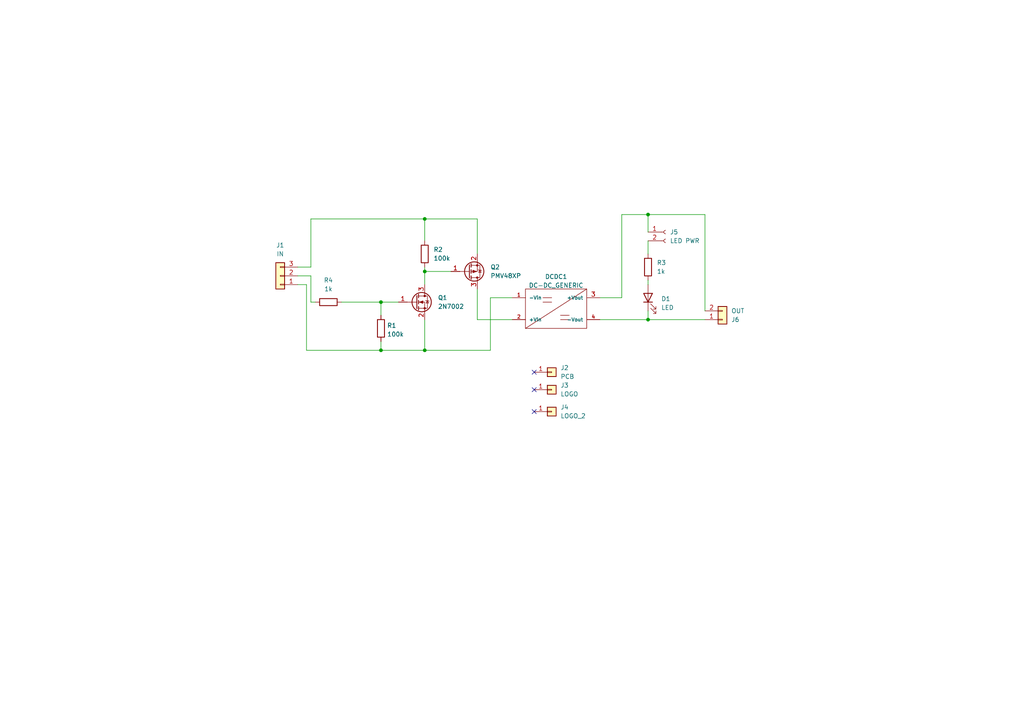
<source format=kicad_sch>
(kicad_sch (version 20211123) (generator eeschema)
  (paper "A4")
  (lib_symbols
    (symbol "Connector:Conn_01x02_Female" (pin_names (offset 1.016) hide)
      (property "Reference" "J" (at 0 2.54 0))
      (property "Value" "Conn_01x02_Female" (at 0 -5.08 0))
      (symbol "Conn_01x02_Female_1_1"
        (arc (start 0 -2.032) (mid -0.508 -2.54) (end 0 -3.048) (stroke (width 0.1524)))
        (polyline (pts (xy -1.27 -2.54) (xy -0.508 -2.54)) (stroke (width 0.1524)))
        (polyline (pts (xy -1.27 0) (xy -0.508 0)) (stroke (width 0.1524)))
        (arc (start 0 0.508) (mid -0.508 0) (end 0 -0.508) (stroke (width 0.1524)))
        (pin passive line (at -5.08 0 0) (length 3.81) (name "Pin_1") (number "1"))
        (pin passive line (at -5.08 -2.54 0) (length 3.81) (name "Pin_2") (number "2"))
      )
    )
    (symbol "Connector_Generic:Conn_01x01" (pin_names (offset 1.016) hide)
      (property "Reference" "J" (at 0 2.54 0))
      (property "Value" "Conn_01x01" (at 0 -2.54 0))
      (symbol "Conn_01x01_1_1"
        (rectangle (start -1.27 0.127) (end 0 -0.127) (stroke (width 0.1524)))
        (rectangle (start -1.27 1.27) (end 1.27 -1.27) (stroke (width 0.254)) (fill (type background)))
        (pin passive line (at -5.08 0 0) (length 3.81) (name "Pin_1") (number "1"))
      )
    )
    (symbol "Connector_Generic:Conn_01x02" (pin_names (offset 1.016) hide)
      (property "Reference" "J" (at 0 2.54 0))
      (property "Value" "Conn_01x02" (at 0 -5.08 0))
      (symbol "Conn_01x02_1_1"
        (rectangle (start -1.27 -2.413) (end 0 -2.667) (stroke (width 0.1524)))
        (rectangle (start -1.27 0.127) (end 0 -0.127) (stroke (width 0.1524)))
        (rectangle (start -1.27 1.27) (end 1.27 -3.81) (stroke (width 0.254)) (fill (type background)))
        (pin passive line (at -5.08 0 0) (length 3.81) (name "Pin_1") (number "1"))
        (pin passive line (at -5.08 -2.54 0) (length 3.81) (name "Pin_2") (number "2"))
      )
    )
    (symbol "Connector_Generic:Conn_01x03" (pin_names (offset 1.016) hide)
      (property "Reference" "J" (at 0 5.08 0))
      (property "Value" "Conn_01x03" (at 0 -5.08 0))
      (symbol "Conn_01x03_1_1"
        (rectangle (start -1.27 -2.413) (end 0 -2.667) (stroke (width 0.1524)))
        (rectangle (start -1.27 0.127) (end 0 -0.127) (stroke (width 0.1524)))
        (rectangle (start -1.27 2.667) (end 0 2.413) (stroke (width 0.1524)))
        (rectangle (start -1.27 3.81) (end 1.27 -3.81) (stroke (width 0.254)) (fill (type background)))
        (pin passive line (at -5.08 2.54 0) (length 3.81) (name "Pin_1") (number "1"))
        (pin passive line (at -5.08 0 0) (length 3.81) (name "Pin_2") (number "2"))
        (pin passive line (at -5.08 -2.54 0) (length 3.81) (name "Pin_3") (number "3"))
      )
    )
    (symbol "Device:LED" (pin_numbers hide) (pin_names (offset 1.016) hide)
      (property "Reference" "D" (at 0 2.54 0))
      (property "Value" "LED" (at 0 -2.54 0))
      (symbol "LED_0_1"
        (polyline (pts (xy -1.27 -1.27) (xy -1.27 1.27)) (stroke (width 0.254)))
        (polyline (pts (xy -1.27 0) (xy 1.27 0)))
        (polyline (pts (xy 1.27 -1.27) (xy 1.27 1.27) (xy -1.27 0) (xy 1.27 -1.27)) (stroke (width 0.254)))
        (polyline (pts (xy -3.048 -0.762) (xy -4.572 -2.286) (xy -3.81 -2.286) (xy -4.572 -2.286) (xy -4.572 -1.524)))
        (polyline (pts (xy -1.778 -0.762) (xy -3.302 -2.286) (xy -2.54 -2.286) (xy -3.302 -2.286) (xy -3.302 -1.524)))
      )
      (symbol "LED_1_1"
        (pin passive line (at -3.81 0 0) (length 2.54) (name "K") (number "1"))
        (pin passive line (at 3.81 0 180) (length 2.54) (name "A") (number "2"))
      )
    )
    (symbol "Device:Q_NMOS_GSD" (pin_names (offset 0) hide)
      (property "Reference" "Q" (at 5.08 1.27 0))
      (property "Value" "Q_NMOS_GSD" (at 5.08 -1.27 0))
      (symbol "Q_NMOS_GSD_0_1"
        (polyline (pts (xy 0.254 0) (xy -2.54 0)))
        (polyline (pts (xy 0.254 1.905) (xy 0.254 -1.905)) (stroke (width 0.254)))
        (polyline (pts (xy 0.762 -1.27) (xy 0.762 -2.286)) (stroke (width 0.254)))
        (polyline (pts (xy 0.762 0.508) (xy 0.762 -0.508)) (stroke (width 0.254)))
        (polyline (pts (xy 0.762 2.286) (xy 0.762 1.27)) (stroke (width 0.254)))
        (polyline (pts (xy 2.54 2.54) (xy 2.54 1.778)))
        (polyline (pts (xy 2.54 -2.54) (xy 2.54 0) (xy 0.762 0)))
        (polyline (pts (xy 0.762 -1.778) (xy 3.302 -1.778) (xy 3.302 1.778) (xy 0.762 1.778)))
        (polyline (pts (xy 1.016 0) (xy 2.032 0.381) (xy 2.032 -0.381) (xy 1.016 0)) (fill (type outline)))
        (polyline (pts (xy 2.794 0.508) (xy 2.921 0.381) (xy 3.683 0.381) (xy 3.81 0.254)))
        (polyline (pts (xy 3.302 0.381) (xy 2.921 -0.254) (xy 3.683 -0.254) (xy 3.302 0.381)))
        (circle (center 1.651 0) (radius 2.794) (stroke (width 0.254)))
        (circle (center 2.54 -1.778) (radius 0.254) (fill (type outline)))
        (circle (center 2.54 1.778) (radius 0.254) (fill (type outline)))
      )
      (symbol "Q_NMOS_GSD_1_1"
        (pin input line (at -5.08 0 0) (length 2.54) (name "G") (number "1"))
        (pin passive line (at 2.54 -5.08 90) (length 2.54) (name "S") (number "2"))
        (pin passive line (at 2.54 5.08 270) (length 2.54) (name "D") (number "3"))
      )
    )
    (symbol "Device:Q_PMOS_GSD" (pin_names (offset 0) hide)
      (property "Reference" "Q" (at 5.08 1.27 0))
      (property "Value" "Q_PMOS_GSD" (at 5.08 -1.27 0))
      (symbol "Q_PMOS_GSD_0_1"
        (polyline (pts (xy 0.254 0) (xy -2.54 0)))
        (polyline (pts (xy 0.254 1.905) (xy 0.254 -1.905)) (stroke (width 0.254)))
        (polyline (pts (xy 0.762 -1.27) (xy 0.762 -2.286)) (stroke (width 0.254)))
        (polyline (pts (xy 0.762 0.508) (xy 0.762 -0.508)) (stroke (width 0.254)))
        (polyline (pts (xy 0.762 2.286) (xy 0.762 1.27)) (stroke (width 0.254)))
        (polyline (pts (xy 2.54 2.54) (xy 2.54 1.778)))
        (polyline (pts (xy 2.54 -2.54) (xy 2.54 0) (xy 0.762 0)))
        (polyline (pts (xy 0.762 1.778) (xy 3.302 1.778) (xy 3.302 -1.778) (xy 0.762 -1.778)))
        (polyline (pts (xy 2.286 0) (xy 1.27 0.381) (xy 1.27 -0.381) (xy 2.286 0)) (fill (type outline)))
        (polyline (pts (xy 2.794 -0.508) (xy 2.921 -0.381) (xy 3.683 -0.381) (xy 3.81 -0.254)))
        (polyline (pts (xy 3.302 -0.381) (xy 2.921 0.254) (xy 3.683 0.254) (xy 3.302 -0.381)))
        (circle (center 1.651 0) (radius 2.794) (stroke (width 0.254)))
        (circle (center 2.54 -1.778) (radius 0.254) (fill (type outline)))
        (circle (center 2.54 1.778) (radius 0.254) (fill (type outline)))
      )
      (symbol "Q_PMOS_GSD_1_1"
        (pin input line (at -5.08 0 0) (length 2.54) (name "G") (number "1"))
        (pin passive line (at 2.54 -5.08 90) (length 2.54) (name "S") (number "2"))
        (pin passive line (at 2.54 5.08 270) (length 2.54) (name "D") (number "3"))
      )
    )
    (symbol "Device:R" (pin_numbers hide) (pin_names (offset 0))
      (property "Reference" "R" (at 2.032 0 90))
      (property "Value" "R" (at 0 0 90))
      (symbol "R_0_1"
        (rectangle (start -1.016 -2.54) (end 1.016 2.54) (stroke (width 0.254)))
      )
      (symbol "R_1_1"
        (pin passive line (at 0 3.81 270) (length 1.27) (name "~") (number "1"))
        (pin passive line (at 0 -3.81 90) (length 1.27) (name "~") (number "2"))
      )
    )
    (symbol "matts_components:DC-DC_GENERIC" (pin_names (offset 1.016))
      (property "Reference" "DCDC" (at -5.08 5.08 0))
      (property "Value" "DC-DC_GENERIC" (at 5.08 -8.89 0))
      (symbol "DC-DC_GENERIC_0_1"
        (rectangle (start -11.43 3.81) (end 6.35 -7.62))
        (polyline (pts (xy -11.43 -7.62) (xy 6.35 3.81)))
        (polyline (pts (xy -6.35 0) (xy -3.81 0)))
        (polyline (pts (xy -6.35 1.27) (xy -3.81 1.27)))
        (polyline (pts (xy -1.27 -5.08) (xy 1.27 -5.08)))
        (polyline (pts (xy -1.27 -3.81) (xy 1.27 -3.81)))
      )
      (symbol "DC-DC_GENERIC_1_1"
        (pin passive line (at -15.24 1.27 0) (length 3.81) (name "-Vin") (number "1"))
        (pin passive line (at -15.24 -5.08 0) (length 3.81) (name "+Vin") (number "2"))
        (pin input line (at 10.16 1.27 180) (length 3.81) (name "+Vout") (number "3"))
        (pin passive line (at 10.16 -5.08 180) (length 3.81) (name "-Vout") (number "4"))
      )
    )
  )
  (junction (at 123.19 101.6))
  (junction (at 187.96 62.23))
  (junction (at 187.96 92.71))
  (junction (at 110.49 87.63))
  (junction (at 110.49 101.6))
  (junction (at 123.19 63.5))
  (junction (at 123.19 78.74))
  (no_connect (at 154.94 119.38))
  (no_connect (at 154.94 113.03))
  (no_connect (at 154.94 107.95))
  (wire (pts (xy 123.19 63.5) (xy 123.19 69.85)))
  (wire (pts (xy 123.19 101.6) (xy 123.19 92.71)))
  (wire (pts (xy 142.24 101.6) (xy 142.24 86.36)))
  (wire (pts (xy 99.06 87.63) (xy 110.49 87.63)))
  (wire (pts (xy 110.49 87.63) (xy 110.49 91.44)))
  (wire (pts (xy 187.96 62.23) (xy 204.47 62.23)))
  (wire (pts (xy 187.96 81.28) (xy 187.96 82.55)))
  (wire (pts (xy 123.19 63.5) (xy 138.43 63.5)))
  (wire (pts (xy 187.96 69.85) (xy 187.96 73.66)))
  (wire (pts (xy 90.17 80.01) (xy 86.36 80.01)))
  (wire (pts (xy 88.9 101.6) (xy 110.49 101.6)))
  (wire (pts (xy 110.49 101.6) (xy 123.19 101.6)))
  (wire (pts (xy 173.99 86.36) (xy 180.34 86.36)))
  (wire (pts (xy 86.36 82.55) (xy 88.9 82.55)))
  (wire (pts (xy 90.17 87.63) (xy 91.44 87.63)))
  (wire (pts (xy 204.47 62.23) (xy 204.47 90.17)))
  (wire (pts (xy 123.19 77.47) (xy 123.19 78.74)))
  (wire (pts (xy 88.9 82.55) (xy 88.9 101.6)))
  (wire (pts (xy 187.96 62.23) (xy 187.96 67.31)))
  (wire (pts (xy 187.96 92.71) (xy 204.47 92.71)))
  (wire (pts (xy 180.34 62.23) (xy 187.96 62.23)))
  (wire (pts (xy 86.36 77.47) (xy 90.17 77.47)))
  (wire (pts (xy 180.34 86.36) (xy 180.34 62.23)))
  (wire (pts (xy 142.24 86.36) (xy 148.59 86.36)))
  (wire (pts (xy 138.43 92.71) (xy 138.43 83.82)))
  (wire (pts (xy 187.96 90.17) (xy 187.96 92.71)))
  (wire (pts (xy 138.43 92.71) (xy 148.59 92.71)))
  (wire (pts (xy 123.19 101.6) (xy 142.24 101.6)))
  (wire (pts (xy 123.19 78.74) (xy 123.19 82.55)))
  (wire (pts (xy 123.19 78.74) (xy 130.81 78.74)))
  (wire (pts (xy 138.43 63.5) (xy 138.43 73.66)))
  (wire (pts (xy 110.49 101.6) (xy 110.49 99.06)))
  (wire (pts (xy 90.17 87.63) (xy 90.17 80.01)))
  (wire (pts (xy 90.17 63.5) (xy 123.19 63.5)))
  (wire (pts (xy 173.99 92.71) (xy 187.96 92.71)))
  (wire (pts (xy 90.17 77.47) (xy 90.17 63.5)))
  (wire (pts (xy 110.49 87.63) (xy 115.57 87.63)))
  (symbol (lib_id "matts_components:DC-DC_GENERIC") (at 163.83 87.63 0) (unit 1)
    (property "Reference" "DCDC1" (at 161.29 80.2472 0))
    (property "Value" "DC-DC_GENERIC" (at 161.29 82.7841 0))
    (property "Footprint" "REInnovationFootprint:TH_DCDC_Step_up_MT3608" (effects hide))
  )
  (symbol (lib_id "Device:LED") (at 187.96 86.36 90) (unit 1)
    (property "Reference" "D1" (at 191.77 86.6774 90) (effects (justify right)))
    (property "Value" "LED" (at 191.77 89.2174 90) (effects (justify right)))
    (property "Footprint" "REInnovationFootprint:SM0805_LED" (effects hide))
    (property "LCSC" "C84256" (effects hide))
    (property "JLCPCB Add" "Y" (effects hide))
    (property "JLCPCB Cost" "0.0111" (effects hide))
  )
  (symbol (lib_id "Device:R") (at 187.96 77.47 180) (unit 1)
    (property "Reference" "R3" (at 190.5 76.1999 0) (effects (justify right)))
    (property "Value" "1k" (at 190.5 78.7399 0) (effects (justify right)))
    (property "Footprint" "REInnovationFootprint:SM0805" (effects hide))
    (property "JLCPCB Add" "Y" (effects hide))
    (property "LCSC" "C103903" (effects hide))
    (property "JLCPCB Cost" "0.0016" (effects hide))
  )
  (symbol (lib_id "Connector_Generic:Conn_01x02") (at 209.55 92.71 0) (mirror x) (unit 1)
    (property "Reference" "J6" (at 212.09 92.7101 0) (effects (justify left)))
    (property "Value" "OUT" (at 212.09 90.1701 0) (effects (justify left)))
    (property "Footprint" "REInnovationFootprint:SIL-2_screw_terminal" (effects hide))
  )
  (symbol (lib_id "Device:R") (at 95.25 87.63 270) (unit 1)
    (property "Reference" "R4" (at 95.25 81.28 90))
    (property "Value" "1k" (at 95.25 83.82 90))
    (property "Footprint" "REInnovationFootprint:SM0805" (effects hide))
    (property "JLCPCB Add" "Y" (effects hide))
    (property "LCSC" "C103903" (effects hide))
    (property "JLCPCB Cost" "0.0016" (effects hide))
  )
  (symbol (lib_id "Connector_Generic:Conn_01x01") (at 160.02 107.95 0) (unit 1)
    (property "Reference" "J2" (at 162.56 106.6799 0) (effects (justify left)))
    (property "Value" "PCB" (at 162.56 109.2199 0) (effects (justify left)))
    (property "Footprint" "REInnovationFootprint:PCB_DC_DC_Outline_v1" (effects hide))
  )
  (symbol (lib_id "Connector:Conn_01x02_Female") (at 193.04 67.31 0) (unit 1)
    (property "Reference" "J5" (at 194.31 67.3099 0) (effects (justify left)))
    (property "Value" "LED PWR" (at 194.31 69.8499 0) (effects (justify left)))
    (property "Footprint" "REInnovationFootprint:SIL-2_solder_connect_2" (effects hide))
  )
  (symbol (lib_id "Connector_Generic:Conn_01x01") (at 160.02 119.38 0) (unit 1)
    (property "Reference" "J4" (at 162.56 118.1099 0) (effects (justify left)))
    (property "Value" "LOGO_2" (at 162.56 120.6499 0) (effects (justify left)))
    (property "Footprint" "CuriousElectric3:TCEC_Words_13mm" (effects hide))
  )
  (symbol (lib_id "Connector_Generic:Conn_01x01") (at 160.02 113.03 0) (unit 1)
    (property "Reference" "J3" (at 162.56 111.7599 0) (effects (justify left)))
    (property "Value" "LOGO" (at 162.56 114.2999 0) (effects (justify left)))
    (property "Footprint" "CuriousElectric3:2019_011_16_CuriousElectricCompany_Logo_Round_Logo_No_words_KiCAD_10mm_PCBLogo" (effects hide))
  )
  (symbol (lib_id "Device:R") (at 110.49 95.25 180) (unit 1)
    (property "Reference" "R1" (at 112.268 94.4153 0) (effects (justify right)))
    (property "Value" "100k" (at 112.268 96.9522 0) (effects (justify right)))
    (property "Footprint" "REInnovationFootprint:SM0805" (effects hide))
    (property "JLCPCB Add" "Y" (effects hide))
    (property "JLCPCB Cost" "0.0028" (effects hide))
    (property "LCSC" "C103905" (effects hide))
  )
  (symbol (lib_id "Device:Q_NMOS_GSD") (at 120.65 87.63 0) (unit 1)
    (property "Reference" "Q1" (at 127 86.3599 0) (effects (justify left)))
    (property "Value" "2N7002" (at 127 88.8999 0) (effects (justify left)))
    (property "Footprint" "Package_TO_SOT_SMD:SOT-23" (effects hide))
    (property "LCSC" "C8545" (effects hide))
    (property "JLCPCB Add" "Y" (effects hide))
    (property "JLCPCB Cost" "0.0148" (effects hide))
  )
  (symbol (lib_id "Connector_Generic:Conn_01x03") (at 81.28 80.01 180) (unit 1)
    (property "Reference" "J1" (at 81.28 71.12 0))
    (property "Value" "IN" (at 81.28 73.66 0))
    (property "Footprint" "REInnovationFootprint:SIL-3_screw_terminal" (effects hide))
  )
  (symbol (lib_id "Device:Q_PMOS_GSD") (at 135.89 78.74 0) (mirror x) (unit 1)
    (property "Reference" "Q2" (at 142.24 77.4699 0) (effects (justify left)))
    (property "Value" "PMV48XP" (at 142.24 80.0099 0) (effects (justify left)))
    (property "Footprint" "Package_TO_SOT_SMD:SOT-23" (effects hide))
    (property "LCSC" "C2959854" (effects hide))
    (property "JLCPCB Add" "Y" (effects hide))
    (property "JLCPCB Cost" "0.0851" (effects hide))
  )
  (symbol (lib_id "Device:R") (at 123.19 73.66 180) (unit 1)
    (property "Reference" "R2" (at 125.73 72.3899 0) (effects (justify right)))
    (property "Value" "100k" (at 125.73 74.9299 0) (effects (justify right)))
    (property "Footprint" "REInnovationFootprint:SM0805" (effects hide))
    (property "JLCPCB Add" "Y" (effects hide))
    (property "JLCPCB Cost" "0.0028" (effects hide))
    (property "LCSC" "C103905" (effects hide))
  )
)
</source>
